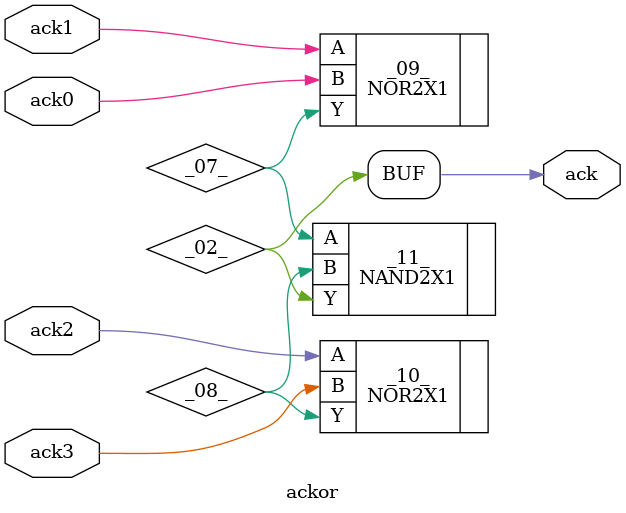
<source format=v>
/* Generated by Yosys 0.9 (git sha1 1979e0b1, i686-w64-mingw32.static-g++ 5.5.0 -Os) */

(* top =  1  *)
(* src = "ackor.v:1" *)
module ackor(ack0, ack1, ack2, ack3, ack);
  wire _00_;
  wire _01_;
  (* src = "ackor.v:2" *)
  wire _02_;
  (* src = "ackor.v:1" *)
  wire _03_;
  (* src = "ackor.v:1" *)
  wire _04_;
  (* src = "ackor.v:1" *)
  wire _05_;
  (* src = "ackor.v:1" *)
  wire _06_;
  wire _07_;
  wire _08_;
  (* src = "ackor.v:2" *)
  output ack;
  (* src = "ackor.v:1" *)
  input ack0;
  (* src = "ackor.v:1" *)
  input ack1;
  (* src = "ackor.v:1" *)
  input ack2;
  (* src = "ackor.v:1" *)
  input ack3;
  NOR2X1 _09_ (
    .A(_04_),
    .B(_03_),
    .Y(_07_)
  );
  NOR2X1 _10_ (
    .A(_05_),
    .B(_06_),
    .Y(_08_)
  );
  NAND2X1 _11_ (
    .A(_07_),
    .B(_08_),
    .Y(_02_)
  );
  assign _04_ = ack1;
  assign _03_ = ack0;
  assign _05_ = ack2;
  assign _06_ = ack3;
  assign ack = _02_;
endmodule

</source>
